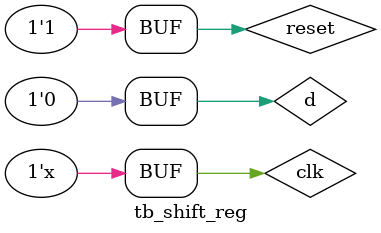
<source format=v>
`timescale 1ns / 1ps


module tb_shift_reg;

	// Inputs
	reg clk;
	reg reset;
	reg d;

	// Outputs
	wire q;

	// Instantiate the Unit Under Test (UUT)
	shift_reg uut (
		.clk(clk), 
		.reset(reset), 
		.d(d), 
		.q(q)
	);


	initial clk = 0;
	always #10 clk =~clk;
	
	initial reset = 1;
	initial begin
		// Initialize Inputs
		d = 1;

		// Wait 100 ns for global reset to finish
		#100;
		d = 0;

		// Wait 100 ns for global reset to finish
		#100;
		d = 1;
		#20;
		d = 0;
		#20;
        
		// Add stimulus here

	end
      
endmodule


</source>
